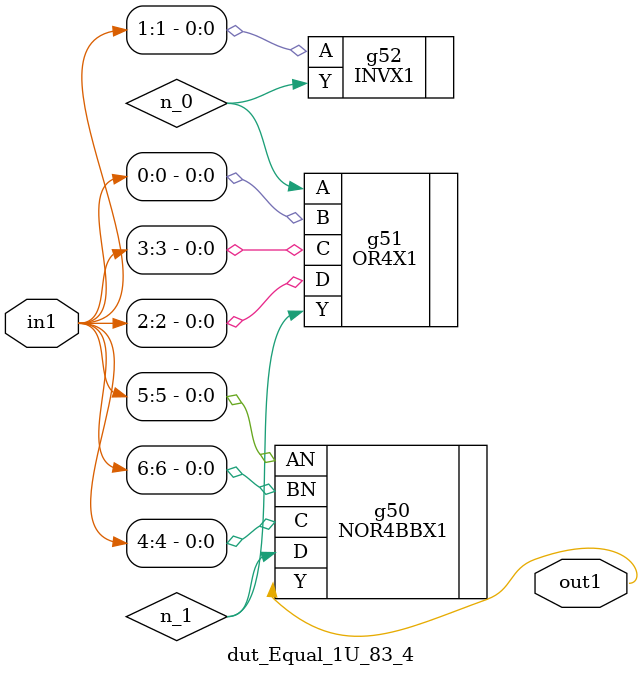
<source format=v>
`timescale 1ps / 1ps


module dut_Equal_1U_83_4(in1, out1);
  input [6:0] in1;
  output out1;
  wire [6:0] in1;
  wire out1;
  wire n_0, n_1;
  NOR4BBX1 g50(.AN (in1[5]), .BN (in1[6]), .C (in1[4]), .D (n_1), .Y
       (out1));
  OR4X1 g51(.A (n_0), .B (in1[0]), .C (in1[3]), .D (in1[2]), .Y (n_1));
  INVX1 g52(.A (in1[1]), .Y (n_0));
endmodule



</source>
